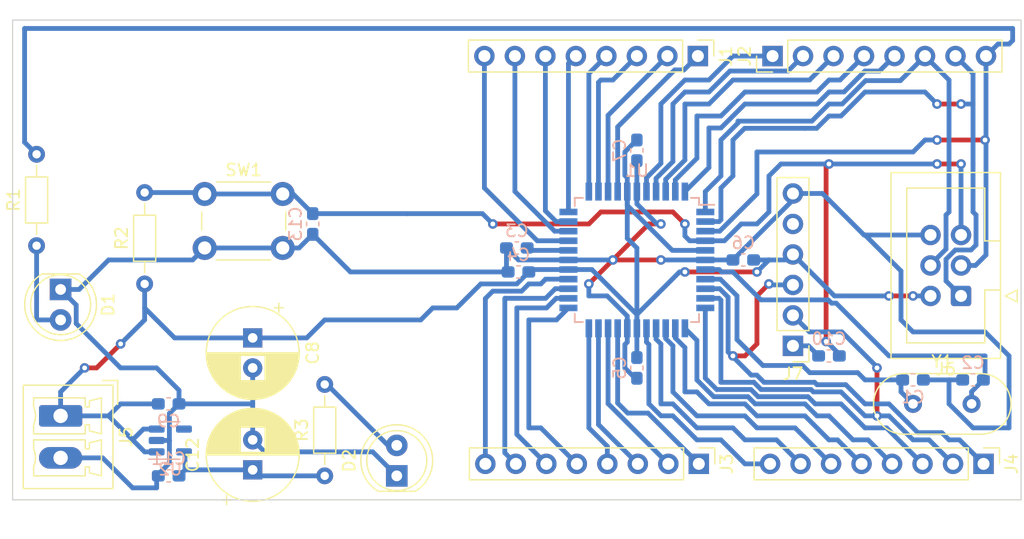
<source format=kicad_pcb>
(kicad_pcb (version 20221018) (generator pcbnew)
  (layers (0 "F.Cu" signal) (31 "B.Cu" signal) (34 "B.Paste" user) (35 "F.Paste" user) (36 "B.SilkS" user "B.Silkscreen") (37 "F.SilkS" user "F.Silkscreen") (38 "B.Mask" user) (39 "F.Mask" user) (44 "Edge.Cuts" user))
  (net 0 "")
  (net 1 "Net-(U1-XTAL1)")
  (net 2 "GND")
  (net 3 "Net-(U1-XTAL2)")
  (net 4 "Net-(U1-AREF)")
  (net 5 "VCC")
  (net 6 "/~{RESET}")
  (net 7 "Net-(J7-Pin_1)")
  (net 8 "+5V")
  (net 9 "Net-(D1-A)")
  (net 10 "Net-(D2-A)")
  (net 11 "Net-(J1-Pin_1)")
  (net 12 "Net-(J1-Pin_2)")
  (net 13 "Net-(J1-Pin_3)")
  (net 14 "Net-(J1-Pin_4)")
  (net 15 "Net-(J1-Pin_5)")
  (net 16 "Net-(J1-Pin_6)")
  (net 17 "Net-(J1-Pin_7)")
  (net 18 "Net-(J1-Pin_8)")
  (net 19 "Net-(J2-Pin_1)")
  (net 20 "Net-(J2-Pin_2)")
  (net 21 "Net-(J2-Pin_3)")
  (net 22 "Net-(J2-Pin_4)")
  (net 23 "Net-(J2-Pin_5)")
  (net 24 "/MOSI")
  (net 25 "/MISO")
  (net 26 "/SCK")
  (net 27 "Net-(J3-Pin_1)")
  (net 28 "Net-(J3-Pin_2)")
  (net 29 "Net-(J3-Pin_3)")
  (net 30 "Net-(J3-Pin_4)")
  (net 31 "Net-(J3-Pin_5)")
  (net 32 "Net-(J3-Pin_6)")
  (net 33 "Net-(J3-Pin_7)")
  (net 34 "Net-(J3-Pin_8)")
  (net 35 "/RX_uC")
  (net 36 "/TX_uC")
  (net 37 "Net-(J4-Pin_3)")
  (net 38 "Net-(J4-Pin_4)")
  (net 39 "Net-(J4-Pin_5)")
  (net 40 "Net-(J4-Pin_6)")
  (net 41 "Net-(J4-Pin_7)")
  (net 42 "Net-(J4-Pin_8)")
  (footprint "Button_Switch_THT:SW_PUSH_6mm" (layer "F.Cu") (at 116 84.5)
    (fp_text reference "SW1")
    (fp_text value "SW_Push")
  )
  (footprint "Crystal:Crystal_HC49-4H_Vertical" (layer "F.Cu") (at 175 102)
    (fp_text reference "Y1")
    (fp_text value "16MHz")
  )
  (footprint "Connector_IDC:IDC-Header_2x03_P2.54mm_Vertical" (layer "F.Cu") (at 179 93 180)
    (fp_text reference "J6")
    (fp_text value "AVR-ISP-6")
  )
  (footprint "Connector_PinHeader_2.54mm:PinHeader_1x08_P2.54mm_Vertical" (layer "F.Cu") (at 157.16 107 -90)
    (fp_text reference "J3")
    (fp_text value "Conn_01x08")
  )
  (footprint "Resistor_THT:R_Axial_DIN0204_L3.6mm_D1.6mm_P7.62mm_Horizontal" (layer "F.Cu") (at 111 92 90)
    (fp_text reference "R2")
    (fp_text value "10k")
  )
  (footprint "Capacitor_THT:CP_Radial_D7.5mm_P2.50mm" (layer "F.Cu") (at 120 107.5 90)
    (fp_text reference "C12")
    (fp_text value "10uF")
  )
  (footprint "LED_THT:LED_D5.0mm" (layer "F.Cu") (at 132 108 90)
    (fp_text reference "D2")
    (fp_text value "LED")
  )
  (footprint "LED_THT:LED_D5.0mm" (layer "F.Cu") (at 104 92.46 -90)
    (fp_text reference "D1")
    (fp_text value "LED")
  )
  (footprint "Connector_PinHeader_2.54mm:PinHeader_1x06_P2.54mm_Vertical" (layer "F.Cu") (at 165 97.16 180)
    (fp_text reference "J7")
    (fp_text value "Conn_01x06")
  )
  (footprint "Connector_PinHeader_2.54mm:PinHeader_1x08_P2.54mm_Vertical" (layer "F.Cu") (at 157.08 73 -90)
    (fp_text reference "J1")
    (fp_text value "Conn_01x08")
  )
  (footprint "Connector_Phoenix_MC:PhoenixContact_MCV_1,5_2-G-3.5_1x02_P3.50mm_Vertical" (layer "F.Cu") (at 104 103 -90)
    (fp_text reference "J5")
    (fp_text value "Screw_Terminal_01x02")
  )
  (footprint "Resistor_THT:R_Axial_DIN0204_L3.6mm_D1.6mm_P7.62mm_Horizontal" (layer "F.Cu") (at 102 88.81 90)
    (fp_text reference "R1")
    (fp_text value "1K")
  )
  (footprint "Resistor_THT:R_Axial_DIN0204_L3.6mm_D1.6mm_P7.62mm_Horizontal" (layer "F.Cu") (at 126 108 90)
    (fp_text reference "R3")
    (fp_text value "1K")
  )
  (footprint "Connector_PinHeader_2.54mm:PinHeader_1x08_P2.54mm_Vertical" (layer "F.Cu") (at 180.875 107 -90)
    (fp_text reference "J4")
    (fp_text value "Conn_01x08")
  )
  (footprint "Connector_PinHeader_2.54mm:PinHeader_1x08_P2.54mm_Vertical" (layer "F.Cu") (at 163.3 73 90)
    (fp_text reference "J2")
    (fp_text value "Conn_01x08")
  )
  (footprint "Capacitor_THT:CP_Radial_D7.5mm_P2.50mm" (layer "F.Cu") (at 120 96.5 -90)
    (fp_text reference "C8")
    (fp_text value "10uF")
  )
  (footprint "Capacitor_SMD:C_0603_1608Metric_Pad1.08x0.95mm_HandSolder" (layer "B.Cu") (at 152 99 -90)
    (fp_text reference "C5")
    (fp_text value "100nF")
  )
  (footprint "Capacitor_SMD:C_0603_1608Metric_Pad1.08x0.95mm_HandSolder" (layer "B.Cu") (at 180 100 180)
    (fp_text reference "C2")
    (fp_text value "18pF")
  )
  (footprint "Capacitor_SMD:C_0603_1608Metric_Pad1.08x0.95mm_HandSolder" (layer "B.Cu") (at 142 89 180)
    (fp_text reference "C3")
    (fp_text value "100nF")
  )
  (footprint "Capacitor_SMD:C_0603_1608Metric_Pad1.08x0.95mm_HandSolder" (layer "B.Cu") (at 168 98 180)
    (fp_text reference "C10")
    (fp_text value "100nF")
  )
  (footprint "Capacitor_SMD:C_0603_1608Metric_Pad1.08x0.95mm_HandSolder" (layer "B.Cu") (at 175 100)
    (fp_text reference "C1")
    (fp_text value "18pF")
  )
  (footprint "Capacitor_SMD:C_0603_1608Metric_Pad1.08x0.95mm_HandSolder" (layer "B.Cu") (at 113 108 180)
    (fp_text reference "C11")
    (fp_text value "100nF")
  )
  (footprint "Capacitor_SMD:C_0603_1608Metric_Pad1.08x0.95mm_HandSolder" (layer "B.Cu") (at 142.1375 91 180)
    (fp_text reference "C4")
    (fp_text value "100nF")
  )
  (footprint "Capacitor_SMD:C_0603_1608Metric_Pad1.08x0.95mm_HandSolder" (layer "B.Cu") (at 152 80.8625 -90)
    (fp_text reference "C7")
    (fp_text value "100nF")
  )
  (footprint "Capacitor_SMD:C_0603_1608Metric_Pad1.08x0.95mm_HandSolder" (layer "B.Cu") (at 113 102)
    (fp_text reference "C9")
    (fp_text value "100nF")
  )
  (footprint "Package_TO_SOT_SMD:SOT-23-5" (layer "B.Cu") (at 113.1375 105.05)
    (fp_text reference "U2")
    (fp_text value "TPS76350")
  )
  (footprint "Capacitor_SMD:C_0603_1608Metric_Pad1.08x0.95mm_HandSolder" (layer "B.Cu") (at 160.8625 90 180)
    (fp_text reference "C6")
    (fp_text value "100nF")
  )
  (footprint "Package_QFP:TQFP-44_10x10mm_P0.8mm" (layer "B.Cu") (at 152 90 180)
    (fp_text reference "U1")
    (fp_text value "ATmega644PA-A")
  )
  (footprint "Capacitor_SMD:C_0603_1608Metric_Pad1.08x0.95mm_HandSolder" (layer "B.Cu") (at 125 87 -90)
    (fp_text reference "C13")
    (fp_text value "100nF")
  )
  (gr_line (start 100 70) (end 184 70) (stroke (width 0.1)) (layer "Edge.Cuts"))
  (gr_line (start 184 110) (end 100 110) (stroke (width 0.1)) (layer "Edge.Cuts"))
  (gr_line (start 100 110) (end 100 70) (stroke (width 0.1)) (layer "Edge.Cuts"))
  (gr_line (start 184 70) (end 184 110) (stroke (width 0.1)) (layer "Edge.Cuts"))
  (segment (start 171 100) (end 174 100) (width 0.4) (layer "B.Cu") (net 1))
  (segment (start 174 101) (end 174 100) (width 0.4) (layer "B.Cu") (net 1))
  (segment (start 170.4 99.4) (end 171 100) (width 0.4) (layer "B.Cu") (net 1))
  (segment (start 160.3375 92.990444) (end 160.3375 96.640444) (width 0.4) (layer "B.Cu") (net 1))
  (segment (start 162.497056 98.8) (end 165.8 98.8) (width 0.4) (layer "B.Cu") (net 1))
  (segment (start 160.3375 96.640444) (end 162.497056 98.8) (width 0.4) (layer "B.Cu") (net 1))
  (segment (start 157.7 91.6) (end 158.947056 91.6) (width 0.4) (layer "B.Cu") (net 1))
  (segment (start 166.4 99.4) (end 170.4 99.4) (width 0.4) (layer "B.Cu") (net 1))
  (segment (start 175 102) (end 174 101) (width 0.4) (layer "B.Cu") (net 1))
  (segment (start 165.8 98.8) (end 166.4 99.4) (width 0.4) (layer "B.Cu") (net 1))
  (segment (start 158.947056 91.6) (end 160.3375 92.990444) (width 0.4) (layer "B.Cu") (net 1))
  (segment (start 174 100) (end 174.1375 100) (width 0.4) (layer "B.Cu") (net 1))
  (segment (start 150 90) (end 154 90) (width 0.4) (layer "F.Cu") (net 2))
  (segment (start 148 92) (end 150 90) (width 0.4) (layer "F.Cu") (net 2))
  (segment (start 153 87) (end 154 87) (width 0.4) (layer "F.Cu") (net 2))
  (segment (start 150 90) (end 153 87) (width 0.4) (layer "F.Cu") (net 2))
  (via (at 148 92) (size 0.8) (drill 0.4) (layers "F.Cu" "B.Cu") (net 2))
  (via (at 154 87) (size 0.8) (drill 0.4) (layers "F.Cu" "B.Cu") (net 2))
  (via (at 154 90) (size 0.8) (drill 0.4) (layers "F.Cu" "B.Cu") (net 2))
  (via (at 150 90) (size 0.8) (drill 0.4) (layers "F.Cu" "B.Cu") (net 2))
  (segment (start 183 104) (end 183 98) (width 0.4) (layer "B.Cu") (net 2))
  (segment (start 160 90) (end 165 85) (width 0.4) (layer "B.Cu") (net 2))
  (segment (start 183 98) (end 181 96) (width 0.4) (layer "B.Cu") (net 2))
  (segment (start 113.0625 102.8) (end 113.8625 102) (width 0.4) (layer "B.Cu") (net 2))
  (segment (start 123.8625 89) (end 125 87.8625) (width 0.4) (layer "B.Cu") (net 2))
  (segment (start 180 104) (end 183 104) (width 0.4) (layer "B.Cu") (net 2))
  (segment (start 112.1375 108) (end 112.1375 107.8625) (width 0.4) (layer "B.Cu") (net 2))
  (segment (start 113.0625 105.0625) (end 113.05 105.05) (width 0.4) (layer "B.Cu") (net 2))
  (segment (start 105.54 92.46) (end 104 92.46) (width 0.4) (layer "B.Cu") (net 2))
  (segment (start 112 109) (end 112 108.1375) (width 0.4) (layer "B.Cu") (net 2))
  (segment (start 105.3 95.3) (end 109 99) (width 0.4) (layer "B.Cu") (net 2))
  (segment (start 153.675 87) (end 152 85.325) (width 0.4) (layer "B.Cu") (net 2))
  (segment (start 171 87.92) (end 170.92 87.92) (width 0.4) (layer "B.Cu") (net 2))
  (segment (start 165 84.46) (end 167.46 84.46) (width 0.4) (layer "B.Cu") (net 2))
  (segment (start 113.0625 105.0375) (end 113.0625 102.8) (width 0.4) (layer "B.Cu") (net 2))
  (segment (start 113.8625 102) (end 120 102) (width 0.4) (layer "B.Cu") (net 2))
  (segment (start 104 106.5) (end 107.5 106.5) (width 0.4) (layer "B.Cu") (net 2))
  (segment (start 120 102) (end 120 99) (width 0.4) (layer "B.Cu") (net 2))
  (segment (start 116 89) (end 115 90) (width 0.4) (layer "B.Cu") (net 2))
  (segment (start 121 106) (end 130 106) (width 0.4) (layer "B.Cu") (net 2))
  (segment (start 175.8625 100) (end 178 100) (width 0.4) (layer "B.Cu") (net 2))
  (segment (start 165 85) (end 165 84.46) (width 0.4) (layer "B.Cu") (net 2))
  (segment (start 181 96) (end 175 96) (width 0.4) (layer "B.Cu") (net 2))
  (segment (start 170.92 87.92) (end 176.46 87.92) (width 0.4) (layer "B.Cu") (net 2))
  (segment (start 178 100) (end 179.1375 100) (width 0.4) (layer "B.Cu") (net 2))
  (segment (start 108 90) (end 105.54 92.46) (width 0.4) (layer "B.Cu") (net 2))
  (segment (start 142.1375 90) (end 146.3 90) (width 0.4) (layer "B.Cu") (net 2))
  (segment (start 151.2 96.85) (end 151.2 95.7) (width 0.4) (layer "B.Cu") (net 2))
  (segment (start 110 109) (end 112 109) (width 0.4) (layer "B.Cu") (net 2))
  (segment (start 112 108.1375) (end 112.1375 108) (width 0.4) (layer "B.Cu") (net 2))
  (segment (start 157.7 90) (end 160 90) (width 0.4) (layer "B.Cu") (net 2))
  (segment (start 152 85.325) (end 152 84.3) (width 0.4) (layer "B.Cu") (net 2))
  (segment (start 141.1375 90.8625) (end 141.275 91) (width 0.4) (layer "B.Cu") (net 2))
  (segment (start 174 95) (end 174 90.92) (width 0.4) (layer "B.Cu") (net 2))
  (segment (start 116 89) (end 122.5 89) (width 0.4) (layer "B.Cu") (net 2))
  (segment (start 154 87) (end 153.675 87) (width 0.4) (layer "B.Cu") (net 2))
  (segment (start 120 102) (end 120 105) (width 0.4) (layer "B.Cu") (net 2))
  (segment (start 151.2 94.675) (end 149.525 93) (width 0.4) (layer "B.Cu") (net 2))
  (segment (start 174 90.92) (end 171 87.92) (width 0.4) (layer "B.Cu") (net 2))
  (segment (start 167.46 84.46) (end 170.92 87.92) (width 0.4) (layer "B.Cu") (net 2))
  (segment (start 141.275 91) (end 128.1375 91) (width 0.4) (layer "B.Cu") (net 2))
  (segment (start 151.2 95.7) (end 151.2 94.675) (width 0.4) (layer "B.Cu") (net 2))
  (segment (start 151 97.05) (end 151.2 96.85) (width 0.4) (layer "B.Cu") (net 2))
  (segment (start 151.8625 99.8625) (end 151 99) (width 0.4) (layer "B.Cu") (net 2))
  (segment (start 151 99) (end 151 97.05) (width 0.4) (layer "B.Cu") (net 2))
  (segment (start 141.1375 89) (end 142.1375 90) (width 0.4) (layer "B.Cu") (net 2))
  (segment (start 148 93) (end 148 92) (width 0.4) (layer "B.Cu") (net 2))
  (segment (start 122.5 89) (end 123.8625 89) (width 0.4) (layer "B.Cu") (net 2))
  (segment (start 178 100) (end 178 102) (width 0.4) (layer "B.Cu") (net 2))
  (segment (start 104 92.46) (end 105.3 93.76) (width 0.4) (layer "B.Cu") (net 2))
  (segment (start 130 106) (end 132 108) (width 0.4) (layer "B.Cu") (net 2))
  (segment (start 112 99) (end 113.8625 100.8625) (width 0.4) (layer "B.Cu") (net 2))
  (segment (start 112.1375 107.8625) (end 113.0625 106.9375) (width 0.4) (layer "B.Cu") (net 2))
  (segment (start 120 105) (end 121 106) (width 0.4) (layer "B.Cu") (net 2))
  (segment (start 152 99.8625) (end 151.8625 99.8625) (width 0.4) (layer "B.Cu") (net 2))
  (segment (start 105.3 93.76) (end 105.3 95.3) (width 0.4) (layer "B.Cu") (net 2))
  (segment (start 113.8625 100.8625) (end 113.8625 102) (width 0.4) (layer "B.Cu") (net 2))
  (segment (start 109 99) (end 112 99) (width 0.4) (layer "B.Cu") (net 2))
  (segment (start 149.525 93) (end 148 93) (width 0.4) (layer "B.Cu") (net 2))
  (segment (start 146.3 90) (end 150 90) (width 0.4) (layer "B.Cu") (net 2))
  (segment (start 113.05 105.05) (end 113.0625 105.0375) (width 0.4) (layer "B.Cu") (net 2))
  (segment (start 175 96) (end 174 95) (width 0.4) (layer "B.Cu") (net 2))
  (segment (start 113.05 105.05) (end 112 105.05) (width 0.4) (layer "B.Cu") (net 2))
  (segment (start 178 102) (end 180 104) (width 0.4) (layer "B.Cu") (net 2))
  (segment (start 113.0625 106.9375) (end 113.0625 105.0625) (width 0.4) (layer "B.Cu") (net 2))
  (segment (start 157.7 90) (end 154 90) (width 0.4) (layer "B.Cu") (net 2))
  (segment (start 128.1375 91) (end 125 87.8625) (width 0.4) (layer "B.Cu") (net 2))
  (segment (start 141.1375 89) (end 141.1375 90.8625) (width 0.4) (layer "B.Cu") (net 2))
  (segment (start 115 90) (end 108 90) (width 0.4) (layer "B.Cu") (net 2))
  (segment (start 107.5 106.5) (end 110 109) (width 0.4) (layer "B.Cu") (net 2))
  (segment (start 152 84.3) (end 152 81.725) (width 0.4) (layer "B.Cu") (net 2))
  (segment (start 157.7 90.8) (end 158.85 90.8) (width 0.4) (layer "B.Cu") (net 3))
  (segment (start 160 91) (end 162.33 93.33) (width 0.4) (layer "B.Cu") (net 3))
  (segment (start 173 98) (end 181 98) (width 0.4) (layer "B.Cu") (net 3))
  (segment (start 179.88 100.9825) (end 180.8625 100) (width 0.4) (layer "B.Cu") (net 3))
  (segment (start 162.33 93.33) (end 167.941472 93.33) (width 0.4) (layer "B.Cu") (net 3))
  (segment (start 158.85 90.8) (end 159.05 91) (width 0.4) (layer "B.Cu") (net 3))
  (segment (start 168.211472 93.6) (end 168.6 93.6) (width 0.4) (layer "B.Cu") (net 3))
  (segment (start 181 99.8625) (end 180.8625 100) (width 0.4) (layer "B.Cu") (net 3))
  (segment (start 168.6 93.6) (end 173 98) (width 0.4) (layer "B.Cu") (net 3))
  (segment (start 167.941472 93.33) (end 168.211472 93.6) (width 0.4) (layer "B.Cu") (net 3))
  (segment (start 159.05 91) (end 160 91) (width 0.4) (layer "B.Cu") (net 3))
  (segment (start 181 98) (end 181 99.8625) (width 0.4) (layer "B.Cu") (net 3))
  (segment (start 179.88 102) (end 179.88 100.9825) (width 0.4) (layer "B.Cu") (net 3))
  (segment (start 143.0625 89.2) (end 146.3 89.2) (width 0.4) (layer "B.Cu") (net 4))
  (segment (start 142.8625 89) (end 143.0625 89.2) (width 0.4) (layer "B.Cu") (net 4))
  (segment (start 106 99) (end 107 99) (width 0.4) (layer "F.Cu") (net 5))
  (segment (start 173 93) (end 175 93) (width 0.4) (layer "F.Cu") (net 5))
  (segment (start 107 99) (end 109 97) (width 0.4) (layer "F.Cu") (net 5))
  (segment (start 162 91) (end 156 91) (width 0.4) (layer "F.Cu") (net 5))
  (via (at 175 93) (size 0.8) (drill 0.4) (layers "F.Cu" "B.Cu") (net 5))
  (via (at 109 97) (size 0.8) (drill 0.4) (layers "F.Cu" "B.Cu") (net 5))
  (via (at 106 99) (size 0.8) (drill 0.4) (layers "F.Cu" "B.Cu") (net 5))
  (via (at 162 91) (size 0.8) (drill 0.4) (layers "F.Cu" "B.Cu") (net 5))
  (via (at 156 91) (size 0.8) (drill 0.4) (layers "F.Cu" "B.Cu") (net 5))
  (via (at 173 93) (size 0.8) (drill 0.4) (layers "F.Cu" "B.Cu") (net 5))
  (segment (start 110.9 104.1) (end 112 104.1) (width 0.4) (layer "B.Cu") (net 5))
  (segment (start 111 94) (end 111 95) (width 0.4) (layer "B.Cu") (net 5))
  (segment (start 113.5 96.5) (end 120 96.5) (width 0.4) (layer "B.Cu") (net 5))
  (segment (start 109 102) (end 112.1375 102) (width 0.4) (layer "B.Cu") (net 5))
  (segment (start 111 95) (end 109 97) (width 0.4) (layer "B.Cu") (net 5))
  (segment (start 139 92) (end 142 92) (width 0.4) (layer "B.Cu") (net 5))
  (segment (start 143.2 90.8) (end 146.3 90.8) (width 0.4) (layer "B.Cu") (net 5))
  (segment (start 151 81) (end 152 80) (width 0.4) (layer "B.Cu") (net 5))
  (segment (start 111 106) (end 112 106) (width 0.4) (layer "B.Cu") (net 5))
  (segment (start 142 92) (end 143 91) (width 0.4) (layer "B.Cu") (net 5))
  (segment (start 104 101) (end 106 99) (width 0.4) (layer "B.Cu") (net 5))
  (segment (start 151.2 85.45) (end 154.95 89.2) (width 0.4) (layer "B.Cu") (net 5))
  (segment (start 120 96.5) (end 124.5 96.5) (width 0.4) (layer "B.Cu") (net 5))
  (segment (start 161.725 90) (end 163 90) (width 0.4) (layer "B.Cu") (net 5))
  (segment (start 104 103) (end 108 103) (width 0.4) (layer "B.Cu") (net 5))
  (segment (start 148.25 90.8) (end 146.3 90.8) (width 0.4) (layer "B.Cu") (net 5))
  (segment (start 163 90) (end 162 91) (width 0.4) (layer "B.Cu") (net 5))
  (segment (start 152 94.55) (end 155.55 91) (width 0.4) (layer "B.Cu") (net 5))
  (segment (start 151.2 84.3) (end 151.2 88.2) (width 0.4) (layer "B.Cu") (net 5))
  (segment (start 165 89.54) (end 168.46 93) (width 0.4) (layer "B.Cu") (net 5))
  (segment (start 152 89) (end 152 95.7) (width 0.4) (layer "B.Cu") (net 5))
  (segment (start 143 91) (end 143.2 90.8) (width 0.4) (layer "B.Cu") (net 5))
  (segment (start 104 103) (end 104 101) (width 0.4) (layer "B.Cu") (net 5))
  (segment (start 110 105) (end 110.9 104.1) (width 0.4) (layer "B.Cu") (net 5))
  (segment (start 134 95) (end 135 94) (width 0.4) (layer "B.Cu") (net 5))
  (segment (start 151.2 83.15) (end 151 82.95) (width 0.4) (layer "B.Cu") (net 5))
  (segment (start 111 92) (end 111 94) (width 0.4) (layer "B.Cu") (net 5))
  (segment (start 163 90) (end 164.54 90) (width 0.4) (layer "B.Cu") (net 5))
  (segment (start 151.2 84.3) (end 151.2 83.15) (width 0.4) (layer "B.Cu") (net 5))
  (segment (start 151.2 88.2) (end 152 89) (width 0.4) (layer "B.Cu") (net 5))
  (segment (start 151 82.95) (end 151 81) (width 0.4) (layer "B.Cu") (net 5))
  (segment (start 135 94) (end 137 94) (width 0.4) (layer "B.Cu") (net 5))
  (segment (start 108 103) (end 110 105) (width 0.4) (layer "B.Cu") (net 5))
  (segment (start 110 105) (end 111 106) (width 0.4) (layer "B.Cu") (net 5))
  (segment (start 168.46 93) (end 173 93) (width 0.4) (layer "B.Cu") (net 5))
  (segment (start 108 103) (end 109 102) (width 0.4) (layer "B.Cu") (net 5))
  (segment (start 124.5 96.5) (end 126 95) (width 0.4) (layer "B.Cu") (net 5))
  (segment (start 155.55 91) (end 156 91) (width 0.4) (layer "B.Cu") (net 5))
  (segment (start 164.54 90) (end 165 89.54) (width 0.4) (layer "B.Cu") (net 5))
  (segment (start 152 95.7) (end 152 94.55) (width 0.4) (layer "B.Cu") (net 5))
  (segment (start 111 94) (end 113.5 96.5) (width 0.4) (layer "B.Cu") (net 5))
  (segment (start 154.95 89.2) (end 157.7 89.2) (width 0.4) (layer "B.Cu") (net 5))
  (segment (start 151.2 84.3) (end 151.2 85.45) (width 0.4) (layer "B.Cu") (net 5))
  (segment (start 176.46 93) (end 175 93) (width 0.4) (layer "B.Cu") (net 5))
  (segment (start 137 94) (end 139 92) (width 0.4) (layer "B.Cu") (net 5))
  (segment (start 152 98.1375) (end 152 95.7) (width 0.4) (layer "B.Cu") (net 5))
  (segment (start 152 94.55) (end 148.25 90.8) (width 0.4) (layer "B.Cu") (net 5))
  (segment (start 126 95) (end 134 95) (width 0.4) (layer "B.Cu") (net 5))
  (segment (start 148 87) (end 140 87) (width 0.4) (layer "F.Cu") (net 6))
  (segment (start 156 87) (end 155 86) (width 0.4) (layer "F.Cu") (net 6))
  (segment (start 155 86) (end 149 86) (width 0.4) (layer "F.Cu") (net 6))
  (segment (start 167.761875 96.7995) (end 167.761875 82.238125) (width 0.4) (layer "F.Cu") (net 6))
  (segment (start 167.761875 82.238125) (end 168 82) (width 0.4) (layer "F.Cu") (net 6))
  (segment (start 177 82) (end 179 82) (width 0.4) (layer "F.Cu") (net 6))
  (segment (start 149 86) (end 148 87) (width 0.4) (layer "F.Cu") (net 6))
  (via (at 167.761875 96.7995) (size 0.8) (drill 0.4) (layers "F.Cu" "B.Cu") (net 6))
  (via (at 177 82) (size 0.8) (drill 0.4) (layers "F.Cu" "B.Cu") (net 6))
  (via (at 140 87) (size 0.8) (drill 0.4) (layers "F.Cu" "B.Cu") (net 6))
  (via (at 156 87) (size 0.8) (drill 0.4) (layers "F.Cu" "B.Cu") (net 6))
  (via (at 168 82) (size 0.8) (drill 0.4) (layers "F.Cu" "B.Cu") (net 6))
  (via (at 179 82) (size 0.8) (drill 0.4) (layers "F.Cu" "B.Cu") (net 6))
  (segment (start 111 84.38) (end 115.88 84.38) (width 0.4) (layer "B.Cu") (net 6))
  (segment (start 123.3625 84.5) (end 125 86.1375) (width 0.4) (layer "B.Cu") (net 6))
  (segment (start 167.962375 97) (end 167.761875 96.7995) (width 0.4) (layer "B.Cu") (net 6))
  (segment (start 160.692233 87) (end 162 87) (width 0.4) (layer "B.Cu") (net 6))
  (segment (start 164 82) (end 177 82) (width 0.4) (layer "B.Cu") (net 6))
  (segment (start 163 86) (end 163 83) (width 0.4) (layer "B.Cu") (net 6))
  (segment (start 159.292233 88.4) (end 160.692233 87) (width 0.4) (layer "B.Cu") (net 6))
  (segment (start 163 83) (end 164 82) (width 0.4) (layer "B.Cu") (net 6))
  (segment (start 179 82) (end 179 87.92) (width 0.4) (layer "B.Cu") (net 6))
  (segment (start 125 86.1375) (end 132.8625 86.1375) (width 0.4) (layer "B.Cu") (net 6))
  (segment (start 122.5 84.5) (end 123.3625 84.5) (width 0.4) (layer "B.Cu") (net 6))
  (segment (start 156 88) (end 156 87) (width 0.4) (layer "B.Cu") (net 6))
  (segment (start 157.7 88.4) (end 156.4 88.4) (width 0.4) (layer "B.Cu") (net 6))
  (segment (start 157.7 88.4) (end 159.292233 88.4) (width 0.4) (layer "B.Cu") (net 6))
  (segment (start 168 97) (end 167.962375 97) (width 0.4) (layer "B.Cu") (net 6))
  (segment (start 116 84.5) (end 122.5 84.5) (width 0.4) (layer "B.Cu") (net 6))
  (segment (start 168.8625 97.8625) (end 168 97) (width 0.4) (layer "B.Cu") (net 6))
  (segment (start 139.1375 86.1375) (end 140 87) (width 0.4) (layer "B.Cu") (net 6))
  (segment (start 132.8625 86.1375) (end 139.1375 86.1375) (width 0.4) (layer "B.Cu") (net 6))
  (segment (start 168.8625 98) (end 168.8625 97.8625) (width 0.4) (layer "B.Cu") (net 6))
  (segment (start 156.4 88.4) (end 156 88) (width 0.4) (layer "B.Cu") (net 6))
  (segment (start 162 87) (end 163 86) (width 0.4) (layer "B.Cu") (net 6))
  (segment (start 115.88 84.38) (end 116 84.5) (width 0.4) (layer "B.Cu") (net 6))
  (segment (start 165 97.16) (end 166.2975 97.16) (width 0.4) (layer "B.Cu") (net 7))
  (segment (start 166.2975 97.16) (end 167.1375 98) (width 0.4) (layer "B.Cu") (net 7))
  (segment (start 164.84 97) (end 165 97.16) (width 0.4) (layer "B.Cu") (net 7))
  (segment (start 114.3625 106.0875) (end 114.275 106) (width 0.4) (layer "B.Cu") (net 8))
  (segment (start 113.8625 108) (end 114.3625 107.5) (width 0.4) (layer "B.Cu") (net 8))
  (segment (start 114.3625 107.5) (end 114.3625 106.0875) (width 0.4) (layer "B.Cu") (net 8))
  (segment (start 114.3625 107.5) (end 120 107.5) (width 0.4) (layer "B.Cu") (net 8))
  (segment (start 120.5 108) (end 126 108) (width 0.4) (layer "B.Cu") (net 8))
  (segment (start 120 107.5) (end 120.5 108) (width 0.4) (layer "B.Cu") (net 8))
  (segment (start 102 95) (end 102 88.81) (width 0.4) (layer "B.Cu") (net 9))
  (segment (start 104 95) (end 102 95) (width 0.4) (layer "B.Cu") (net 9))
  (segment (start 131.27 105.46) (end 132 105.46) (width 0.4) (layer "B.Cu") (net 10))
  (segment (start 126.19 100.38) (end 131.27 105.46) (width 0.4) (layer "B.Cu") (net 10))
  (segment (start 126 100.38) (end 126.19 100.38) (width 0.4) (layer "B.Cu") (net 10))
  (segment (start 150.4 78.907767) (end 155.153884 74.153883) (width 0.4) (layer "B.Cu") (net 11))
  (segment (start 155.926117 74.153883) (end 157.08 73) (width 0.4) (layer "B.Cu") (net 11))
  (segment (start 155.153884 74.153883) (end 155.926117 74.153883) (width 0.4) (layer "B.Cu") (net 11))
  (segment (start 150.4 84.3) (end 150.4 78.907767) (width 0.4) (layer "B.Cu") (net 11))
  (segment (start 149.6 84.3) (end 149.6 77.94) (width 0.4) (layer "B.Cu") (net 12))
  (segment (start 149.6 77.94) (end 154.54 73) (width 0.4) (layer "B.Cu") (net 12))
  (segment (start 150 75) (end 152 73) (width 0.4) (layer "B.Cu") (net 13))
  (segment (start 149 75) (end 150 75) (width 0.4) (layer "B.Cu") (net 13))
  (segment (start 148.8 84.3) (end 148.8 75.2) (width 0.4) (layer "B.Cu") (net 13))
  (segment (start 148.8 75.2) (end 149 75) (width 0.4) (layer "B.Cu") (net 13))
  (segment (start 148 74.46) (end 149.46 73) (width 0.4) (layer "B.Cu") (net 14))
  (segment (start 148 84.3) (end 148 74.46) (width 0.4) (layer "B.Cu") (net 14))
  (segment (start 146.3 86) (end 146.3 73.62) (width 0.4) (layer "B.Cu") (net 15))
  (segment (start 146.3 73.62) (end 146.92 73) (width 0.4) (layer "B.Cu") (net 15))
  (segment (start 144.38 85.905) (end 144.38 73) (width 0.4) (layer "B.Cu") (net 16))
  (segment (start 146.3 86.8) (end 145.275 86.8) (width 0.4) (layer "B.Cu") (net 16))
  (segment (start 145.275 86.8) (end 144.38 85.905) (width 0.4) (layer "B.Cu") (net 16))
  (segment (start 145.15 87.6) (end 141.84 84.29) (width 0.4) (layer "B.Cu") (net 17))
  (segment (start 146.3 87.6) (end 145.15 87.6) (width 0.4) (layer "B.Cu") (net 17))
  (segment (start 141.84 84.29) (end 141.84 73) (width 0.4) (layer "B.Cu") (net 17))
  (segment (start 146.3 88.4) (end 143.701561 88.4) (width 0.4) (layer "B.Cu") (net 18))
  (segment (start 143.701561 88.4) (end 139.3 83.998439) (width 0.4) (layer "B.Cu") (net 18))
  (segment (start 139.3 83.998439) (end 139.3 73) (width 0.4) (layer "B.Cu") (net 18))
  (segment (start 158 75) (end 160 73) (width 0.4) (layer "B.Cu") (net 19))
  (segment (start 154 77) (end 156 75) (width 0.4) (layer "B.Cu") (net 19))
  (segment (start 160 73) (end 163.3 73) (width 0.4) (layer "B.Cu") (net 19))
  (segment (start 156 75) (end 158 75) (width 0.4) (layer "B.Cu") (net 19))
  (segment (start 152.8 83.15) (end 154 81.95) (width 0.4) (layer "B.Cu") (net 19))
  (segment (start 154 81.95) (end 154 77) (width 0.4) (layer "B.Cu") (net 19))
  (segment (start 152.8 84.3) (end 152.8 83.15) (width 0.4) (layer "B.Cu") (net 19))
  (segment (start 155 81.798528) (end 155 77) (width 0.4) (layer "B.Cu") (net 20))
  (segment (start 153.6 84.3) (end 153.6 83.198528) (width 0.4) (layer "B.Cu") (net 20))
  (segment (start 156 76) (end 158 76) (width 0.4) (layer "B.Cu") (net 20))
  (segment (start 155 77) (end 156 76) (width 0.4) (layer "B.Cu") (net 20))
  (segment (start 158 76) (end 159.75 74.25) (width 0.4) (layer "B.Cu") (net 20))
  (segment (start 153.6 83.198528) (end 155 81.798528) (width 0.4) (layer "B.Cu") (net 20))
  (segment (start 164.59 74.25) (end 165.84 73) (width 0.4) (layer "B.Cu") (net 20))
  (segment (start 159.75 74.25) (end 164.59 74.25) (width 0.4) (layer "B.Cu") (net 20))
  (segment (start 160 75) (end 166.38 75) (width 0.4) (layer "B.Cu") (net 21))
  (segment (start 166.38 75) (end 168.38 73) (width 0.4) (layer "B.Cu") (net 21))
  (segment (start 156 81.675) (end 156 77) (width 0.4) (layer "B.Cu") (net 21))
  (segment (start 158 77) (end 160 75) (width 0.4) (layer "B.Cu") (net 21))
  (segment (start 154.4 83.275) (end 156 81.675) (width 0.4) (layer "B.Cu") (net 21))
  (segment (start 156 77) (end 158 77) (width 0.4) (layer "B.Cu") (net 21))
  (segment (start 154.4 84.3) (end 154.4 83.275) (width 0.4) (layer "B.Cu") (net 21))
  (segment (start 157 81.523528) (end 157 78) (width 0.4) (layer "B.Cu") (net 22))
  (segment (start 155.2 84.3) (end 155.2 83.323528) (width 0.4) (layer "B.Cu") (net 22))
  (segment (start 161 76) (end 167 76) (width 0.4) (layer "B.Cu") (net 22))
  (segment (start 157 78) (end 159 78) (width 0.4) (layer "B.Cu") (net 22))
  (segment (start 168.92 75) (end 170.92 73) (width 0.4) (layer "B.Cu") (net 22))
  (segment (start 159 78) (end 161 76) (width 0.4) (layer "B.Cu") (net 22))
  (segment (start 155.2 83.323528) (end 157 81.523528) (width 0.4) (layer "B.Cu") (net 22))
  (segment (start 167 76) (end 168 75) (width 0.4) (layer "B.Cu") (net 22))
  (segment (start 168 75) (end 168.92 75) (width 0.4) (layer "B.Cu") (net 22))
  (segment (start 169.25 76) (end 171 74.25) (width 0.4) (layer "B.Cu") (net 23))
  (segment (start 158 82.3) (end 158 79) (width 0.4) (layer "B.Cu") (net 23))
  (segment (start 159 79) (end 161 77) (width 0.4) (layer "B.Cu") (net 23))
  (segment (start 167 77) (end 168 76) (width 0.4) (layer "B.Cu") (net 23))
  (segment (start 172.21 74.25) (end 173.46 73) (width 0.4) (layer "B.Cu") (net 23))
  (segment (start 168 76) (end 169.25 76) (width 0.4) (layer "B.Cu") (net 23))
  (segment (start 156 84.3) (end 158 82.3) (width 0.4) (layer "B.Cu") (net 23))
  (segment (start 158 79) (end 159 79) (width 0.4) (layer "B.Cu") (net 23))
  (segment (start 171 74.25) (end 172.21 74.25) (width 0.4) (layer "B.Cu") (net 23))
  (segment (start 161 77) (end 167 77) (width 0.4) (layer "B.Cu") (net 23))
  (segment (start 171.049264 75.049264) (end 169.098528 77) (width 0.4) (layer "B.Cu") (net 24))
  (segment (start 160.424264 78.575736) (end 159 80) (width 0.4) (layer "B.Cu") (net 24))
  (segment (start 176.46 90.383705) (end 176.46 90.46) (width 0.4) (layer "B.Cu") (net 24))
  (segment (start 178 86) (end 177.75 86.25) (width 0.4) (layer "B.Cu") (net 24))
  (segment (start 159 80) (end 159 83) (width 0.4) (layer "B.Cu") (net 24))
  (segment (start 166.575736 78.424264) (end 160.424264 78.424264) (width 0.4) (layer "B.Cu") (net 24))
  (segment (start 177.75 86.25) (end 177.75 89.093705) (width 0.4) (layer "B.Cu") (net 24))
  (segment (start 169.098528 77) (end 168 77) (width 0.4) (layer "B.Cu") (net 24))
  (segment (start 159 83) (end 157.7 84.3) (width 0.4) (layer "B.Cu") (net 24))
  (segment (start 178 75) (end 178 86) (width 0.4) (layer "B.Cu") (net 24))
  (segment (start 168 77) (end 166.575736 78.424264) (width 0.4) (layer "B.Cu") (net 24))
  (segment (start 176 73) (end 178 75) (width 0.4) (layer "B.Cu") (net 24))
  (segment (start 176 73) (end 173.950736 75.049264) (width 0.4) (layer "B.Cu") (net 24))
  (segment (start 160.424264 78.424264) (end 160.424264 78.575736) (width 0.4) (layer "B.Cu") (net 24))
  (segment (start 173.950736 75.049264) (end 171.049264 75.049264) (width 0.4) (layer "B.Cu") (net 24))
  (segment (start 177.75 89.093705) (end 176.46 90.383705) (width 0.4) (layer "B.Cu") (net 24))
  (segment (start 157.7 84.3) (end 157.7 86) (width 0.4) (layer "B.Cu") (net 24))
  (segment (start 177 77) (end 179 77) (width 0.4) (layer "F.Cu") (net 25))
  (via (at 177 77) (size 0.8) (drill 0.4) (layers "F.Cu" "B.Cu") (net 25))
  (via (at 179 77) (size 0.8) (drill 0.4) (layers "F.Cu" "B.Cu") (net 25))
  (segment (start 159 86) (end 159 84) (width 0.4) (layer "B.Cu") (net 25))
  (segment (start 166.975736 79.024264) (end 168 78) (width 0.4) (layer "B.Cu") (net 25))
  (segment (start 178.54 73) (end 180 74.46) (width 0.4) (layer "B.Cu") (net 25))
  (segment (start 159 84) (end 160 83) (width 0.4) (layer "B.Cu") (net 25))
  (segment (start 177.75 89.942233) (end 177.75 91.75) (width 0.4) (layer "B.Cu") (net 25))
  (segment (start 160 80) (end 160.975736 79.024264) (width 0.4) (layer "B.Cu") (net 25))
  (segment (start 168 78) (end 169 78) (width 0.4) (layer "B.Cu") (net 25))
  (segment (start 178.522233 89.17) (end 177.75 89.942233) (width 0.4) (layer "B.Cu") (net 25))
  (segment (start 158.85 86.8) (end 159 86.65) (width 0.4) (layer "B.Cu") (net 25))
  (segment (start 180.25 88.75) (end 179.83 89.17) (width 0.4) (layer "B.Cu") (net 25))
  (segment (start 166 79.024264) (end 166.975736 79.024264) (width 0.4) (layer "B.Cu") (net 25))
  (segment (start 160 83) (end 160 80) (width 0.4) (layer "B.Cu") (net 25))
  (segment (start 180 86) (end 180.25 86.25) (width 0.4) (layer "B.Cu") (net 25))
  (segment (start 180 77) (end 179 77) (width 0.4) (layer "B.Cu") (net 25))
  (segment (start 180.25 86.25) (end 180.25 88.75) (width 0.4) (layer "B.Cu") (net 25))
  (segment (start 160.975736 79.024264) (end 166 79.024264) (width 0.4) (layer "B.Cu") (net 25))
  (segment (start 180 74.46) (end 180 77) (width 0.4) (layer "B.Cu") (net 25))
  (segment (start 180 77) (end 180 82) (width 0.4) (layer "B.Cu") (net 25))
  (segment (start 179.83 89.17) (end 178.522233 89.17) (width 0.4) (layer "B.Cu") (net 25))
  (segment (start 159 86.65) (end 159 86) (width 0.4) (layer "B.Cu") (net 25))
  (segment (start 171 76) (end 176 76) (width 0.4) (layer "B.Cu") (net 25))
  (segment (start 180 82) (end 180 86) (width 0.4) (layer "B.Cu") (net 25))
  (segment (start 157.7 86.8) (end 158.85 86.8) (width 0.4) (layer "B.Cu") (net 25))
  (segment (start 176 76) (end 177 77) (width 0.4) (layer "B.Cu") (net 25))
  (segment (start 169 78) (end 171 76) (width 0.4) (layer "B.Cu") (net 25))
  (segment (start 177.75 91.75) (end 179 93) (width 0.4) (layer "B.Cu") (net 25))
  (segment (start 177 80) (end 181 80) (width 0.4) (layer "F.Cu") (net 26))
  (via (at 177 80) (size 0.8) (drill 0.4) (layers "F.Cu" "B.Cu") (net 26))
  (via (at 181 80) (size 0.8) (drill 0.4) (layers "F.Cu" "B.Cu") (net 26))
  (segment (start 181 80) (end 181.08 79.92) (width 0.4) (layer "B.Cu") (net 26))
  (segment (start 175 81) (end 176 80) (width 0.4) (layer "B.Cu") (net 26))
  (segment (start 157.7 87.6) (end 158.898528 87.6) (width 0.4) (layer "B.Cu") (net 26))
  (segment (start 181.08 89.582081) (end 181.08 80.08) (width 0.4) (layer "B.Cu") (net 26))
  (segment (start 101 70.7) (end 183.3 70.7) (width 0.4) (layer "B.Cu") (net 26))
  (segment (start 162 81) (end 175 81) (width 0.4) (layer "B.Cu") (net 26))
  (segment (start 101 80.19) (end 101 70.7) (width 0.4) (layer "B.Cu") (net 26))
  (segment (start 180.202081 90.46) (end 181.08 89.582081) (width 0.4) (layer "B.Cu") (net 26))
  (segment (start 183.3 71.7) (end 183 72) (width 0.4) (layer "B.Cu") (net 26))
  (segment (start 102 81.19) (end 101 80.19) (width 0.4) (layer "B.Cu") (net 26))
  (segment (start 181.08 79.92) (end 181.08 73) (width 0.4) (layer "B.Cu") (net 26))
  (segment (start 181.08 80.08) (end 181 80) (width 0.4) (layer "B.Cu") (net 26))
  (segment (start 179 90.46) (end 180.202081 90.46) (width 0.4) (layer "B.Cu") (net 26))
  (segment (start 183.3 70.7) (end 183.3 71.7) (width 0.4) (layer "B.Cu") (net 26))
  (segment (start 176 80) (end 177 80) (width 0.4) (layer "B.Cu") (net 26))
  (segment (start 162 84.498528) (end 162 81) (width 0.4) (layer "B.Cu") (net 26))
  (segment (start 183 72) (end 182.08 72) (width 0.4) (layer "B.Cu") (net 26))
  (segment (start 182.08 72) (end 181.08 73) (width 0.4) (layer "B.Cu") (net 26))
  (segment (start 158.898528 87.6) (end 162 84.498528) (width 0.4) (layer "B.Cu") (net 26))
  (segment (start 152.925736 102.765736) (end 157.16 107) (width 0.4) (layer "B.Cu") (net 27))
  (segment (start 150.4 95.7) (end 150.4 101.931472) (width 0.4) (layer "B.Cu") (net 27))
  (segment (start 150.4 101.931472) (end 151.234264 102.765736) (width 0.4) (layer "B.Cu") (net 27))
  (segment (start 151.234264 102.765736) (end 152.925736 102.765736) (width 0.4) (layer "B.Cu") (net 27))
  (segment (start 149.6 101.98) (end 154.62 107) (width 0.4) (layer "B.Cu") (net 28))
  (segment (start 149.6 95.7) (end 149.6 101.98) (width 0.4) (layer "B.Cu") (net 28))
  (segment (start 148.8 95.7) (end 148.8 103.72) (width 0.4) (layer "B.Cu") (net 29))
  (segment (start 148.8 103.72) (end 152.08 107) (width 0.4) (layer "B.Cu") (net 29))
  (segment (start 148 104) (end 149.54 105.54) (width 0.4) (layer "B.Cu") (net 30))
  (segment (start 148 95.7) (end 148 104) (width 0.4) (layer "B.Cu") (net 30))
  (segment (start 149.54 105.54) (end 149.54 107) (width 0.4) (layer "B.Cu") (net 30))
  (segment (start 143 104) (end 144 104) (width 0.4) (layer "B.Cu") (net 31))
  (segment (start 146.3 94) (end 145.3 95) (width 0.4) (layer "B.Cu") (net 31))
  (segment (start 145.3 95) (end 143 95) (width 0.4) (layer "B.Cu") (net 31))
  (segment (start 144 104) (end 147 107) (width 0.4) (layer "B.Cu") (net 31))
  (segment (start 143 95) (end 143 104) (width 0.4) (layer "B.Cu") (net 31))
  (segment (start 144.475 94) (end 142 94) (width 0.4) (layer "B.Cu") (net 32))
  (segment (start 145.275 93.2) (end 144.475 94) (width 0.4) (layer "B.Cu") (net 32))
  (segment (start 146.3 93.2) (end 145.275 93.2) (width 0.4) (layer "B.Cu") (net 32))
  (segment (start 142 104.54) (end 144.46 107) (width 0.4) (layer "B.Cu") (net 32))
  (segment (start 142 94) (end 142 104.54) (width 0.4) (layer "B.Cu") (net 32))
  (segment (start 144.4 93.2) (end 141 93.2) (width 0.4) (layer "B.Cu") (net 33))
  (segment (start 145.2 92.4) (end 144.4 93.2) (width 0.4) (layer "B.Cu") (net 33))
  (segment (start 146.3 92.4) (end 145.2 92.4) (width 0.4) (layer "B.Cu") (net 33))
  (segment (start 141 106.08) (end 141.92 107) (width 0.4) (layer "B.Cu") (net 33))
  (segment (start 141 93.2) (end 141 106.08) (width 0.4) (layer "B.Cu") (net 33))
  (segment (start 142.4 92.6) (end 143 92) (width 0.4) (layer "B.Cu") (net 34))
  (segment (start 143 92) (end 144 92) (width 0.4) (layer "B.Cu") (net 34))
  (segment (start 139.38 107) (end 139.38 93.22) (width 0.4) (layer "B.Cu") (net 34))
  (segment (start 144 92) (end 144.4 91.6) (width 0.4) (layer "B.Cu") (net 34))
  (segment (start 144.4 91.6) (end 146.3 91.6) (width 0.4) (layer "B.Cu") (net 34))
  (segment (start 139.38 93.22) (end 140 92.6) (width 0.4) (layer "B.Cu") (net 34))
  (segment (start 140 92.6) (end 142.4 92.6) (width 0.4) (layer "B.Cu") (net 34))
  (segment (start 163 92) (end 162 93) (width 0.4) (layer "F.Cu") (net 35))
  (segment (start 162 97) (end 161 98) (width 0.4) (layer "F.Cu") (net 35))
  (segment (start 161 98) (end 160 98) (width 0.4) (layer "F.Cu") (net 35))
  (segment (start 162 93) (end 162 97) (width 0.4) (layer "F.Cu") (net 35))
  (via (at 163 92) (size 0.8) (drill 0.4) (layers "F.Cu" "B.Cu") (net 35))
  (via (at 160 98) (size 0.8) (drill 0.4) (layers "F.Cu" "B.Cu") (net 35))
  (segment (start 167 100.4) (end 169.4 100.4) (width 0.4) (layer "B.Cu") (net 35))
  (segment (start 159.6 93.101472) (end 159.6 97.675736) (width 0.4) (layer "B.Cu") (net 35))
  (segment (start 160 98.075736) (end 161.524264 99.6) (width 0.4) (layer "B.Cu") (net 35))
  (segment (start 161.994112 99.6) (end 162.594112 100.2) (width 0.4) (layer "B.Cu") (net 35))
  (segment (start 159.6 97.675736) (end 159.924264 98) (width 0.4) (layer "B.Cu") (net 35))
  (segment (start 171 102) (end 173 102) (width 0.4) (layer "B.Cu") (net 35))
  (segment (start 157.7 92.4) (end 158.898528 92.4) (width 0.4) (layer "B.Cu") (net 35))
  (segment (start 158.898528 92.4) (end 159.6 93.101472) (width 0.4) (layer "B.Cu") (net 35))
  (segment (start 160 98) (end 160 98.075736) (width 0.4) (layer "B.Cu") (net 35))
  (segment (start 163.08 92.08) (end 163 92) (width 0.4) (layer "B.Cu") (net 35))
  (segment (start 166.8 100.2) (end 167 100.4) (width 0.4) (layer "B.Cu") (net 35))
  (segment (start 173 102) (end 175.4 104.4) (width 0.4) (layer "B.Cu") (net 35))
  (segment (start 159.924264 98) (end 160 98) (width 0.4) (layer "B.Cu") (net 35))
  (segment (start 162.594112 100.2) (end 166.8 100.2) (width 0.4) (layer "B.Cu") (net 35))
  (segment (start 175.4 104.4) (end 177.4 104.4) (width 0.4) (layer "B.Cu") (net 35))
  (segment (start 177.4 104.4) (end 178 105) (width 0.4) (layer "B.Cu") (net 35))
  (segment (start 178 105) (end 178.875 105) (width 0.4) (layer "B.Cu") (net 35))
  (segment (start 178.875 105) (end 180.875 107) (width 0.4) (layer "B.Cu") (net 35))
  (segment (start 161.524264 99.6) (end 161.994112 99.6) (width 0.4) (layer "B.Cu") (net 35))
  (segment (start 165 92.08) (end 163.08 92.08) (width 0.4) (layer "B.Cu") (net 35))
  (segment (start 169.4 100.4) (end 171 102) (width 0.4) (layer "B.Cu") (net 35))
  (segment (start 172 99) (end 172 103) (width 0.4) (layer "F.Cu") (net 36))
  (via (at 172 103) (size 0.8) (drill 0.4) (layers "F.Cu" "B.Cu") (net 36))
  (via (at 172 99) (size 0.8) (drill 0.4) (layers "F.Cu" "B.Cu") (net 36))
  (segment (start 166.38 96) (end 169.075736 96) (width 0.4) (layer "B.Cu") (net 36))
  (segment (start 169 101) (end 171 103) (width 0.4) (layer "B.Cu") (net 36))
  (segment (start 166.497056 100.8) (end 166.697056 101) (width 0.4) (layer "B.Cu") (net 36))
  (segment (start 176.335 105) (end 178.335 107) (width 0.4) (layer "B.Cu") (net 36))
  (segment (start 159 100.2) (end 161.745584 100.2) (width 0.4) (layer "B.Cu") (net 36))
  (segment (start 161.745584 100.2) (end 162.345584 100.8) (width 0.4) (layer "B.Cu") (net 36))
  (segment (start 162.345584 100.8) (end 166.497056 100.8) (width 0.4) (layer "B.Cu") (net 36))
  (segment (start 166.697056 101) (end 169 101) (width 0.4) (layer "B.Cu") (net 36))
  (segment (start 175 105) (end 176.335 105) (width 0.4) (layer "B.Cu") (net 36))
  (segment (start 173 103) (end 175 105) (width 0.4) (layer "B.Cu") (net 36))
  (segment (start 157.7 93.2) (end 158.85 93.2) (width 0.4) (layer "B.Cu") (net 36))
  (segment (start 158.85 93.2) (end 159 93.35) (width 0.4) (layer "B.Cu") (net 36))
  (segment (start 159 93.35) (end 159 100.2) (width 0.4) (layer "B.Cu") (net 36))
  (segment (start 169.075736 96) (end 172 98.924264) (width 0.4) (layer "B.Cu") (net 36))
  (segment (start 172 103) (end 173 103) (width 0.4) (layer "B.Cu") (net 36))
  (segment (start 172 98.924264) (end 172 99) (width 0.4) (layer "B.Cu") (net 36))
  (segment (start 171 103) (end 172 103) (width 0.4) (layer "B.Cu") (net 36))
  (segment (start 165 94.62) (end 166.38 96) (width 0.4) (layer "B.Cu") (net 36))
  (segment (start 157.7 99.851472) (end 158.648528 100.8) (width 0.4) (layer "B.Cu") (net 37))
  (segment (start 172.795 104) (end 175.795 107) (width 0.4) (layer "B.Cu") (net 37))
  (segment (start 166.848528 102) (end 169 102) (width 0.4) (layer "B.Cu") (net 37))
  (segment (start 158.648528 100.8) (end 161.497056 100.8) (width 0.4) (layer "B.Cu") (net 37))
  (segment (start 166.248528 101.4) (end 166.848528 102) (width 0.4) (layer "B.Cu") (net 37))
  (segment (start 157.7 94) (end 157.7 99.851472) (width 0.4) (layer "B.Cu") (net 37))
  (segment (start 161.497056 100.8) (end 162.097056 101.4) (width 0.4) (layer "B.Cu") (net 37))
  (segment (start 169 102) (end 171 104) (width 0.4) (layer "B.Cu") (net 37))
  (segment (start 171 104) (end 172.795 104) (width 0.4) (layer "B.Cu") (net 37))
  (segment (start 162.097056 101.4) (end 166.248528 101.4) (width 0.4) (layer "B.Cu") (net 37))
  (segment (start 157 100) (end 158.4 101.4) (width 0.4) (layer "B.Cu") (net 38))
  (segment (start 170 105) (end 171.255 105) (width 0.4) (layer "B.Cu") (net 38))
  (segment (start 161.848528 102) (end 166 102) (width 0.4) (layer "B.Cu") (net 38))
  (segment (start 156 95.7) (end 157 96.7) (width 0.4) (layer "B.Cu") (net 38))
  (segment (start 167 103) (end 168 103) (width 0.4) (layer "B.Cu") (net 38))
  (segment (start 157 96.7) (end 157 100) (width 0.4) (layer "B.Cu") (net 38))
  (segment (start 158.4 101.4) (end 161.248528 101.4) (width 0.4) (layer "B.Cu") (net 38))
  (segment (start 171.255 105) (end 173.255 107) (width 0.4) (layer "B.Cu") (net 38))
  (segment (start 166 102) (end 167 103) (width 0.4) (layer "B.Cu") (net 38))
  (segment (start 161.248528 101.4) (end 161.848528 102) (width 0.4) (layer "B.Cu") (net 38))
  (segment (start 168 103) (end 170 105) (width 0.4) (layer "B.Cu") (net 38))
  (segment (start 168.715 105) (end 170.715 107) (width 0.4) (layer "B.Cu") (net 39))
  (segment (start 155.2 95.7) (end 155.2 96.502944) (width 0.4) (layer "B.Cu") (net 39))
  (segment (start 155.2 96.502944) (end 156 97.302944) (width 0.4) (layer "B.Cu") (net 39))
  (segment (start 161 102) (end 162 103) (width 0.4) (layer "B.Cu") (net 39))
  (segment (start 156 101) (end 157 101) (width 0.4) (layer "B.Cu") (net 39))
  (segment (start 158 102) (end 161 102) (width 0.4) (layer "B.Cu") (net 39))
  (segment (start 166 103) (end 168 105) (width 0.4) (layer "B.Cu") (net 39))
  (segment (start 156 97.302944) (end 156 101) (width 0.4) (layer "B.Cu") (net 39))
  (segment (start 162 103) (end 166 103) (width 0.4) (layer "B.Cu") (net 39))
  (segment (start 157 101) (end 158 102) (width 0.4) (layer "B.Cu") (net 39))
  (segment (start 168 105) (end 168.715 105) (width 0.4) (layer "B.Cu") (net 39))
  (segment (start 155 101) (end 157 103) (width 0.4) (layer "B.Cu") (net 40))
  (segment (start 154.4 95.7) (end 154.4 96.551472) (width 0.4) (layer "B.Cu") (net 40))
  (segment (start 165.175 104) (end 168.175 107) (width 0.4) (layer "B.Cu") (net 40))
  (segment (start 154.4 96.551472) (end 155 97.151472) (width 0.4) (layer "B.Cu") (net 40))
  (segment (start 161 103) (end 162 104) (width 0.4) (layer "B.Cu") (net 40))
  (segment (start 155 97.151472) (end 155 101) (width 0.4) (layer "B.Cu") (net 40))
  (segment (start 157 103) (end 161 103) (width 0.4) (layer "B.Cu") (net 40))
  (segment (start 162 104) (end 165.175 104) (width 0.4) (layer "B.Cu") (net 40))
  (segment (start 163.635 105) (end 165.635 107) (width 0.4) (layer "B.Cu") (net 41))
  (segment (start 154 97) (end 154 102) (width 0.4) (layer "B.Cu") (net 41))
  (segment (start 154 102) (end 155 102) (width 0.4) (layer "B.Cu") (net 41))
  (segment (start 153.6 96.6) (end 154 97) (width 0.4) (layer "B.Cu") (net 41))
  (segment (start 155 102) (end 157 104) (width 0.4) (layer "B.Cu") (net 41))
  (segment (start 161 105) (end 163.635 105) (width 0.4) (layer "B.Cu") (net 41))
  (segment (start 157 104) (end 160 104) (width 0.4) (layer "B.Cu") (net 41))
  (segment (start 160 104) (end 161 105) (width 0.4) (layer "B.Cu") (net 41))
  (segment (start 153.6 95.7) (end 153.6 96.6) (width 0.4) (layer "B.Cu") (net 41))
  (segment (start 161 107) (end 163.095 107) (width 0.4) (layer "B.Cu") (net 42))
  (segment (start 154.995736 102.995736) (end 157 105) (width 0.4) (layer "B.Cu") (net 42))
  (segment (start 152.8 96.85) (end 153 97.05) (width 0.4) (layer "B.Cu") (net 42))
  (segment (start 153.008528 102) (end 154.004264 102.995736) (width 0.4) (layer "B.Cu") (net 42))
  (segment (start 159 105) (end 161 107) (width 0.4) (layer "B.Cu") (net 42))
  (segment (start 153 102) (end 153.008528 102) (width 0.4) (layer "B.Cu") (net 42))
  (segment (start 157 105) (end 159 105) (width 0.4) (layer "B.Cu") (net 42))
  (segment (start 154.004264 102.995736) (end 154.995736 102.995736) (width 0.4) (layer "B.Cu") (net 42))
  (segment (start 152.8 95.7) (end 152.8 96.85) (width 0.4) (layer "B.Cu") (net 42))
  (segment (start 153 97.05) (end 153 102) (width 0.4) (layer "B.Cu") (net 42))
)
</source>
